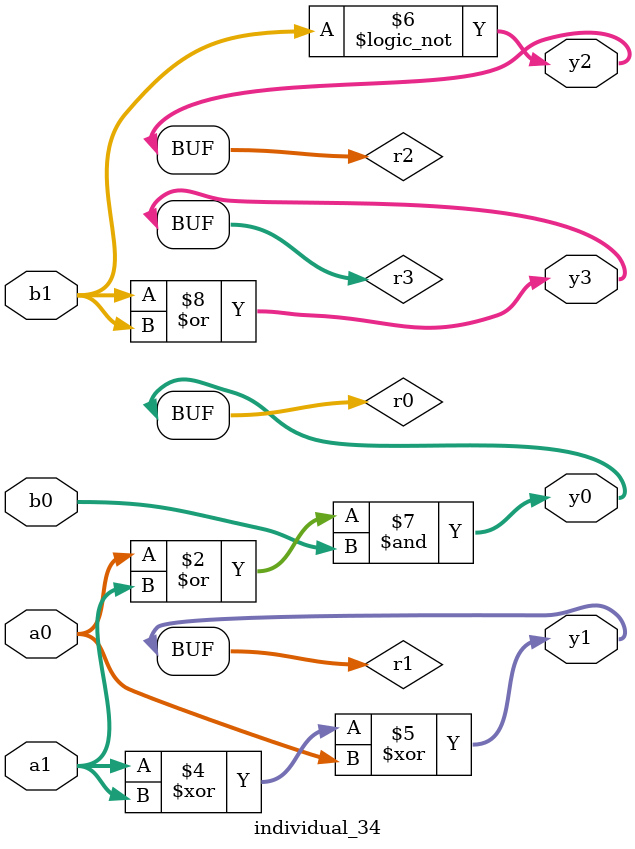
<source format=sv>
module individual_34(input logic [15:0] a1, input logic [15:0] a0, input logic [15:0] b1, input logic [15:0] b0, output logic [15:0] y3, output logic [15:0] y2, output logic [15:0] y1, output logic [15:0] y0);
logic [15:0] r0, r1, r2, r3; 
 always@(*) begin 
	 r0 = a0; r1 = a1; r2 = b0; r3 = b1; 
 	 r0  |=  a1 ;
 	 r2  &=  b1 ;
 	 r1  ^=  a1 ;
 	 r1  ^=  a0 ;
 	 r2 = ! b1 ;
 	 r0  &=  b0 ;
 	 r3  |=  b1 ;
 	 y3 = r3; y2 = r2; y1 = r1; y0 = r0; 
end
endmodule
</source>
